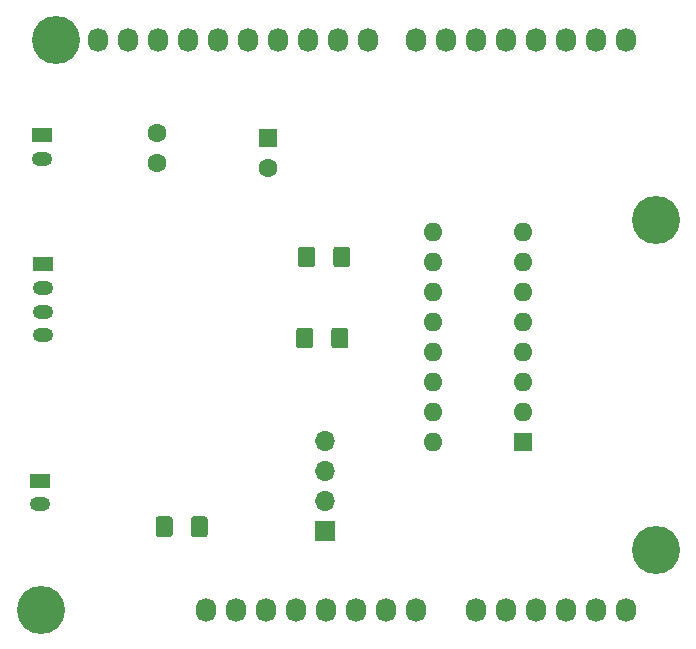
<source format=gts>
G04 #@! TF.GenerationSoftware,KiCad,Pcbnew,5.0.0-fee4fd1~66~ubuntu18.04.1*
G04 #@! TF.CreationDate,2018-08-21T18:43:40-07:00*
G04 #@! TF.ProjectId,L293D BlueTooth UNO Shield,4C3239334420426C7565546F6F746820,rev?*
G04 #@! TF.SameCoordinates,Original*
G04 #@! TF.FileFunction,Soldermask,Top*
G04 #@! TF.FilePolarity,Negative*
%FSLAX46Y46*%
G04 Gerber Fmt 4.6, Leading zero omitted, Abs format (unit mm)*
G04 Created by KiCad (PCBNEW 5.0.0-fee4fd1~66~ubuntu18.04.1) date Tue Aug 21 18:43:40 2018*
%MOMM*%
%LPD*%
G01*
G04 APERTURE LIST*
%ADD10O,1.727200X2.032000*%
%ADD11C,4.064000*%
%ADD12R,1.600000X1.600000*%
%ADD13O,1.600000X1.600000*%
%ADD14C,1.600000*%
%ADD15R,1.700000X1.700000*%
%ADD16O,1.700000X1.700000*%
%ADD17R,1.750000X1.200000*%
%ADD18O,1.750000X1.200000*%
%ADD19C,0.100000*%
%ADD20C,1.425000*%
G04 APERTURE END LIST*
D10*
G04 #@! TO.C,P1*
X138938000Y-123825000D03*
X141478000Y-123825000D03*
X144018000Y-123825000D03*
X146558000Y-123825000D03*
X149098000Y-123825000D03*
X151638000Y-123825000D03*
X154178000Y-123825000D03*
X156718000Y-123825000D03*
G04 #@! TD*
G04 #@! TO.C,P2*
X161798000Y-123825000D03*
X164338000Y-123825000D03*
X166878000Y-123825000D03*
X169418000Y-123825000D03*
X171958000Y-123825000D03*
X174498000Y-123825000D03*
G04 #@! TD*
G04 #@! TO.C,P3*
X129794000Y-75565000D03*
X132334000Y-75565000D03*
X134874000Y-75565000D03*
X137414000Y-75565000D03*
X139954000Y-75565000D03*
X142494000Y-75565000D03*
X145034000Y-75565000D03*
X147574000Y-75565000D03*
X150114000Y-75565000D03*
X152654000Y-75565000D03*
G04 #@! TD*
G04 #@! TO.C,P4*
X156718000Y-75565000D03*
X159258000Y-75565000D03*
X161798000Y-75565000D03*
X164338000Y-75565000D03*
X166878000Y-75565000D03*
X169418000Y-75565000D03*
X171958000Y-75565000D03*
X174498000Y-75565000D03*
G04 #@! TD*
D11*
G04 #@! TO.C,P5*
X124968000Y-123825000D03*
G04 #@! TD*
G04 #@! TO.C,P6*
X177038000Y-118745000D03*
G04 #@! TD*
G04 #@! TO.C,P7*
X126238000Y-75565000D03*
G04 #@! TD*
G04 #@! TO.C,P8*
X177038000Y-90805000D03*
G04 #@! TD*
D12*
G04 #@! TO.C,U1*
X165773100Y-109601000D03*
D13*
X158153100Y-91821000D03*
X165773100Y-107061000D03*
X158153100Y-94361000D03*
X165773100Y-104521000D03*
X158153100Y-96901000D03*
X165773100Y-101981000D03*
X158153100Y-99441000D03*
X165773100Y-99441000D03*
X158153100Y-101981000D03*
X165773100Y-96901000D03*
X158153100Y-104521000D03*
X165773100Y-94361000D03*
X158153100Y-107061000D03*
X165773100Y-91821000D03*
X158153100Y-109601000D03*
G04 #@! TD*
D14*
G04 #@! TO.C,C1*
X134785100Y-83489800D03*
X134785100Y-85989800D03*
G04 #@! TD*
D12*
G04 #@! TO.C,C2*
X144259300Y-83908900D03*
D14*
X144259300Y-86408900D03*
G04 #@! TD*
D15*
G04 #@! TO.C,J1*
X149034500Y-117157500D03*
D16*
X149034500Y-114617500D03*
X149034500Y-112077500D03*
X149034500Y-109537500D03*
G04 #@! TD*
D17*
G04 #@! TO.C,J2*
X125056900Y-83642200D03*
D18*
X125056900Y-85642200D03*
G04 #@! TD*
D17*
G04 #@! TO.C,J3*
X125133100Y-94602300D03*
D18*
X125133100Y-96602300D03*
X125133100Y-98602300D03*
X125133100Y-100602300D03*
G04 #@! TD*
D19*
G04 #@! TO.C,1K*
G36*
X147816504Y-99964204D02*
X147840773Y-99967804D01*
X147864571Y-99973765D01*
X147887671Y-99982030D01*
X147909849Y-99992520D01*
X147930893Y-100005133D01*
X147950598Y-100019747D01*
X147968777Y-100036223D01*
X147985253Y-100054402D01*
X147999867Y-100074107D01*
X148012480Y-100095151D01*
X148022970Y-100117329D01*
X148031235Y-100140429D01*
X148037196Y-100164227D01*
X148040796Y-100188496D01*
X148042000Y-100213000D01*
X148042000Y-101463000D01*
X148040796Y-101487504D01*
X148037196Y-101511773D01*
X148031235Y-101535571D01*
X148022970Y-101558671D01*
X148012480Y-101580849D01*
X147999867Y-101601893D01*
X147985253Y-101621598D01*
X147968777Y-101639777D01*
X147950598Y-101656253D01*
X147930893Y-101670867D01*
X147909849Y-101683480D01*
X147887671Y-101693970D01*
X147864571Y-101702235D01*
X147840773Y-101708196D01*
X147816504Y-101711796D01*
X147792000Y-101713000D01*
X146867000Y-101713000D01*
X146842496Y-101711796D01*
X146818227Y-101708196D01*
X146794429Y-101702235D01*
X146771329Y-101693970D01*
X146749151Y-101683480D01*
X146728107Y-101670867D01*
X146708402Y-101656253D01*
X146690223Y-101639777D01*
X146673747Y-101621598D01*
X146659133Y-101601893D01*
X146646520Y-101580849D01*
X146636030Y-101558671D01*
X146627765Y-101535571D01*
X146621804Y-101511773D01*
X146618204Y-101487504D01*
X146617000Y-101463000D01*
X146617000Y-100213000D01*
X146618204Y-100188496D01*
X146621804Y-100164227D01*
X146627765Y-100140429D01*
X146636030Y-100117329D01*
X146646520Y-100095151D01*
X146659133Y-100074107D01*
X146673747Y-100054402D01*
X146690223Y-100036223D01*
X146708402Y-100019747D01*
X146728107Y-100005133D01*
X146749151Y-99992520D01*
X146771329Y-99982030D01*
X146794429Y-99973765D01*
X146818227Y-99967804D01*
X146842496Y-99964204D01*
X146867000Y-99963000D01*
X147792000Y-99963000D01*
X147816504Y-99964204D01*
X147816504Y-99964204D01*
G37*
D20*
X147329500Y-100838000D03*
D19*
G36*
X150791504Y-99964204D02*
X150815773Y-99967804D01*
X150839571Y-99973765D01*
X150862671Y-99982030D01*
X150884849Y-99992520D01*
X150905893Y-100005133D01*
X150925598Y-100019747D01*
X150943777Y-100036223D01*
X150960253Y-100054402D01*
X150974867Y-100074107D01*
X150987480Y-100095151D01*
X150997970Y-100117329D01*
X151006235Y-100140429D01*
X151012196Y-100164227D01*
X151015796Y-100188496D01*
X151017000Y-100213000D01*
X151017000Y-101463000D01*
X151015796Y-101487504D01*
X151012196Y-101511773D01*
X151006235Y-101535571D01*
X150997970Y-101558671D01*
X150987480Y-101580849D01*
X150974867Y-101601893D01*
X150960253Y-101621598D01*
X150943777Y-101639777D01*
X150925598Y-101656253D01*
X150905893Y-101670867D01*
X150884849Y-101683480D01*
X150862671Y-101693970D01*
X150839571Y-101702235D01*
X150815773Y-101708196D01*
X150791504Y-101711796D01*
X150767000Y-101713000D01*
X149842000Y-101713000D01*
X149817496Y-101711796D01*
X149793227Y-101708196D01*
X149769429Y-101702235D01*
X149746329Y-101693970D01*
X149724151Y-101683480D01*
X149703107Y-101670867D01*
X149683402Y-101656253D01*
X149665223Y-101639777D01*
X149648747Y-101621598D01*
X149634133Y-101601893D01*
X149621520Y-101580849D01*
X149611030Y-101558671D01*
X149602765Y-101535571D01*
X149596804Y-101511773D01*
X149593204Y-101487504D01*
X149592000Y-101463000D01*
X149592000Y-100213000D01*
X149593204Y-100188496D01*
X149596804Y-100164227D01*
X149602765Y-100140429D01*
X149611030Y-100117329D01*
X149621520Y-100095151D01*
X149634133Y-100074107D01*
X149648747Y-100054402D01*
X149665223Y-100036223D01*
X149683402Y-100019747D01*
X149703107Y-100005133D01*
X149724151Y-99992520D01*
X149746329Y-99982030D01*
X149769429Y-99973765D01*
X149793227Y-99967804D01*
X149817496Y-99964204D01*
X149842000Y-99963000D01*
X150767000Y-99963000D01*
X150791504Y-99964204D01*
X150791504Y-99964204D01*
G37*
D20*
X150304500Y-100838000D03*
G04 #@! TD*
D19*
G04 #@! TO.C,2K*
G36*
X147981604Y-93093504D02*
X148005873Y-93097104D01*
X148029671Y-93103065D01*
X148052771Y-93111330D01*
X148074949Y-93121820D01*
X148095993Y-93134433D01*
X148115698Y-93149047D01*
X148133877Y-93165523D01*
X148150353Y-93183702D01*
X148164967Y-93203407D01*
X148177580Y-93224451D01*
X148188070Y-93246629D01*
X148196335Y-93269729D01*
X148202296Y-93293527D01*
X148205896Y-93317796D01*
X148207100Y-93342300D01*
X148207100Y-94592300D01*
X148205896Y-94616804D01*
X148202296Y-94641073D01*
X148196335Y-94664871D01*
X148188070Y-94687971D01*
X148177580Y-94710149D01*
X148164967Y-94731193D01*
X148150353Y-94750898D01*
X148133877Y-94769077D01*
X148115698Y-94785553D01*
X148095993Y-94800167D01*
X148074949Y-94812780D01*
X148052771Y-94823270D01*
X148029671Y-94831535D01*
X148005873Y-94837496D01*
X147981604Y-94841096D01*
X147957100Y-94842300D01*
X147032100Y-94842300D01*
X147007596Y-94841096D01*
X146983327Y-94837496D01*
X146959529Y-94831535D01*
X146936429Y-94823270D01*
X146914251Y-94812780D01*
X146893207Y-94800167D01*
X146873502Y-94785553D01*
X146855323Y-94769077D01*
X146838847Y-94750898D01*
X146824233Y-94731193D01*
X146811620Y-94710149D01*
X146801130Y-94687971D01*
X146792865Y-94664871D01*
X146786904Y-94641073D01*
X146783304Y-94616804D01*
X146782100Y-94592300D01*
X146782100Y-93342300D01*
X146783304Y-93317796D01*
X146786904Y-93293527D01*
X146792865Y-93269729D01*
X146801130Y-93246629D01*
X146811620Y-93224451D01*
X146824233Y-93203407D01*
X146838847Y-93183702D01*
X146855323Y-93165523D01*
X146873502Y-93149047D01*
X146893207Y-93134433D01*
X146914251Y-93121820D01*
X146936429Y-93111330D01*
X146959529Y-93103065D01*
X146983327Y-93097104D01*
X147007596Y-93093504D01*
X147032100Y-93092300D01*
X147957100Y-93092300D01*
X147981604Y-93093504D01*
X147981604Y-93093504D01*
G37*
D20*
X147494600Y-93967300D03*
D19*
G36*
X150956604Y-93093504D02*
X150980873Y-93097104D01*
X151004671Y-93103065D01*
X151027771Y-93111330D01*
X151049949Y-93121820D01*
X151070993Y-93134433D01*
X151090698Y-93149047D01*
X151108877Y-93165523D01*
X151125353Y-93183702D01*
X151139967Y-93203407D01*
X151152580Y-93224451D01*
X151163070Y-93246629D01*
X151171335Y-93269729D01*
X151177296Y-93293527D01*
X151180896Y-93317796D01*
X151182100Y-93342300D01*
X151182100Y-94592300D01*
X151180896Y-94616804D01*
X151177296Y-94641073D01*
X151171335Y-94664871D01*
X151163070Y-94687971D01*
X151152580Y-94710149D01*
X151139967Y-94731193D01*
X151125353Y-94750898D01*
X151108877Y-94769077D01*
X151090698Y-94785553D01*
X151070993Y-94800167D01*
X151049949Y-94812780D01*
X151027771Y-94823270D01*
X151004671Y-94831535D01*
X150980873Y-94837496D01*
X150956604Y-94841096D01*
X150932100Y-94842300D01*
X150007100Y-94842300D01*
X149982596Y-94841096D01*
X149958327Y-94837496D01*
X149934529Y-94831535D01*
X149911429Y-94823270D01*
X149889251Y-94812780D01*
X149868207Y-94800167D01*
X149848502Y-94785553D01*
X149830323Y-94769077D01*
X149813847Y-94750898D01*
X149799233Y-94731193D01*
X149786620Y-94710149D01*
X149776130Y-94687971D01*
X149767865Y-94664871D01*
X149761904Y-94641073D01*
X149758304Y-94616804D01*
X149757100Y-94592300D01*
X149757100Y-93342300D01*
X149758304Y-93317796D01*
X149761904Y-93293527D01*
X149767865Y-93269729D01*
X149776130Y-93246629D01*
X149786620Y-93224451D01*
X149799233Y-93203407D01*
X149813847Y-93183702D01*
X149830323Y-93165523D01*
X149848502Y-93149047D01*
X149868207Y-93134433D01*
X149889251Y-93121820D01*
X149911429Y-93111330D01*
X149934529Y-93103065D01*
X149958327Y-93097104D01*
X149982596Y-93093504D01*
X150007100Y-93092300D01*
X150932100Y-93092300D01*
X150956604Y-93093504D01*
X150956604Y-93093504D01*
G37*
D20*
X150469600Y-93967300D03*
G04 #@! TD*
D17*
G04 #@! TO.C,D1*
X124891800Y-112903000D03*
D18*
X124891800Y-114903000D03*
G04 #@! TD*
D19*
G04 #@! TO.C,150R1*
G36*
X138891604Y-115940804D02*
X138915873Y-115944404D01*
X138939671Y-115950365D01*
X138962771Y-115958630D01*
X138984949Y-115969120D01*
X139005993Y-115981733D01*
X139025698Y-115996347D01*
X139043877Y-116012823D01*
X139060353Y-116031002D01*
X139074967Y-116050707D01*
X139087580Y-116071751D01*
X139098070Y-116093929D01*
X139106335Y-116117029D01*
X139112296Y-116140827D01*
X139115896Y-116165096D01*
X139117100Y-116189600D01*
X139117100Y-117439600D01*
X139115896Y-117464104D01*
X139112296Y-117488373D01*
X139106335Y-117512171D01*
X139098070Y-117535271D01*
X139087580Y-117557449D01*
X139074967Y-117578493D01*
X139060353Y-117598198D01*
X139043877Y-117616377D01*
X139025698Y-117632853D01*
X139005993Y-117647467D01*
X138984949Y-117660080D01*
X138962771Y-117670570D01*
X138939671Y-117678835D01*
X138915873Y-117684796D01*
X138891604Y-117688396D01*
X138867100Y-117689600D01*
X137942100Y-117689600D01*
X137917596Y-117688396D01*
X137893327Y-117684796D01*
X137869529Y-117678835D01*
X137846429Y-117670570D01*
X137824251Y-117660080D01*
X137803207Y-117647467D01*
X137783502Y-117632853D01*
X137765323Y-117616377D01*
X137748847Y-117598198D01*
X137734233Y-117578493D01*
X137721620Y-117557449D01*
X137711130Y-117535271D01*
X137702865Y-117512171D01*
X137696904Y-117488373D01*
X137693304Y-117464104D01*
X137692100Y-117439600D01*
X137692100Y-116189600D01*
X137693304Y-116165096D01*
X137696904Y-116140827D01*
X137702865Y-116117029D01*
X137711130Y-116093929D01*
X137721620Y-116071751D01*
X137734233Y-116050707D01*
X137748847Y-116031002D01*
X137765323Y-116012823D01*
X137783502Y-115996347D01*
X137803207Y-115981733D01*
X137824251Y-115969120D01*
X137846429Y-115958630D01*
X137869529Y-115950365D01*
X137893327Y-115944404D01*
X137917596Y-115940804D01*
X137942100Y-115939600D01*
X138867100Y-115939600D01*
X138891604Y-115940804D01*
X138891604Y-115940804D01*
G37*
D20*
X138404600Y-116814600D03*
D19*
G36*
X135916604Y-115940804D02*
X135940873Y-115944404D01*
X135964671Y-115950365D01*
X135987771Y-115958630D01*
X136009949Y-115969120D01*
X136030993Y-115981733D01*
X136050698Y-115996347D01*
X136068877Y-116012823D01*
X136085353Y-116031002D01*
X136099967Y-116050707D01*
X136112580Y-116071751D01*
X136123070Y-116093929D01*
X136131335Y-116117029D01*
X136137296Y-116140827D01*
X136140896Y-116165096D01*
X136142100Y-116189600D01*
X136142100Y-117439600D01*
X136140896Y-117464104D01*
X136137296Y-117488373D01*
X136131335Y-117512171D01*
X136123070Y-117535271D01*
X136112580Y-117557449D01*
X136099967Y-117578493D01*
X136085353Y-117598198D01*
X136068877Y-117616377D01*
X136050698Y-117632853D01*
X136030993Y-117647467D01*
X136009949Y-117660080D01*
X135987771Y-117670570D01*
X135964671Y-117678835D01*
X135940873Y-117684796D01*
X135916604Y-117688396D01*
X135892100Y-117689600D01*
X134967100Y-117689600D01*
X134942596Y-117688396D01*
X134918327Y-117684796D01*
X134894529Y-117678835D01*
X134871429Y-117670570D01*
X134849251Y-117660080D01*
X134828207Y-117647467D01*
X134808502Y-117632853D01*
X134790323Y-117616377D01*
X134773847Y-117598198D01*
X134759233Y-117578493D01*
X134746620Y-117557449D01*
X134736130Y-117535271D01*
X134727865Y-117512171D01*
X134721904Y-117488373D01*
X134718304Y-117464104D01*
X134717100Y-117439600D01*
X134717100Y-116189600D01*
X134718304Y-116165096D01*
X134721904Y-116140827D01*
X134727865Y-116117029D01*
X134736130Y-116093929D01*
X134746620Y-116071751D01*
X134759233Y-116050707D01*
X134773847Y-116031002D01*
X134790323Y-116012823D01*
X134808502Y-115996347D01*
X134828207Y-115981733D01*
X134849251Y-115969120D01*
X134871429Y-115958630D01*
X134894529Y-115950365D01*
X134918327Y-115944404D01*
X134942596Y-115940804D01*
X134967100Y-115939600D01*
X135892100Y-115939600D01*
X135916604Y-115940804D01*
X135916604Y-115940804D01*
G37*
D20*
X135429600Y-116814600D03*
G04 #@! TD*
M02*

</source>
